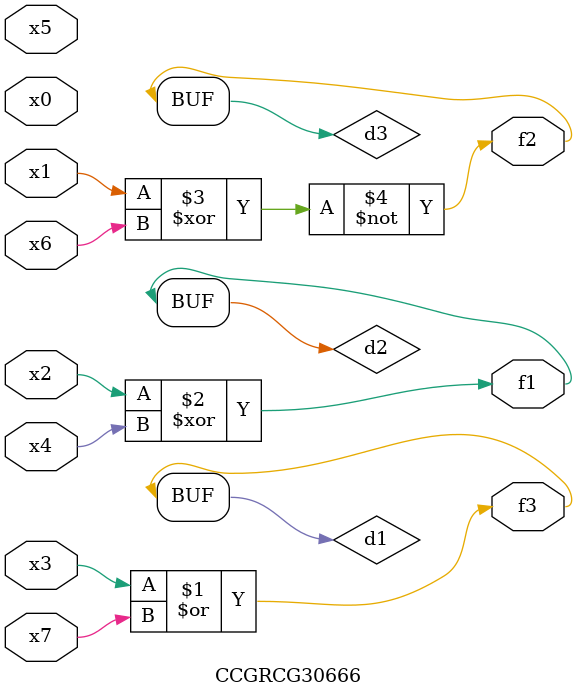
<source format=v>
module CCGRCG30666(
	input x0, x1, x2, x3, x4, x5, x6, x7,
	output f1, f2, f3
);

	wire d1, d2, d3;

	or (d1, x3, x7);
	xor (d2, x2, x4);
	xnor (d3, x1, x6);
	assign f1 = d2;
	assign f2 = d3;
	assign f3 = d1;
endmodule

</source>
